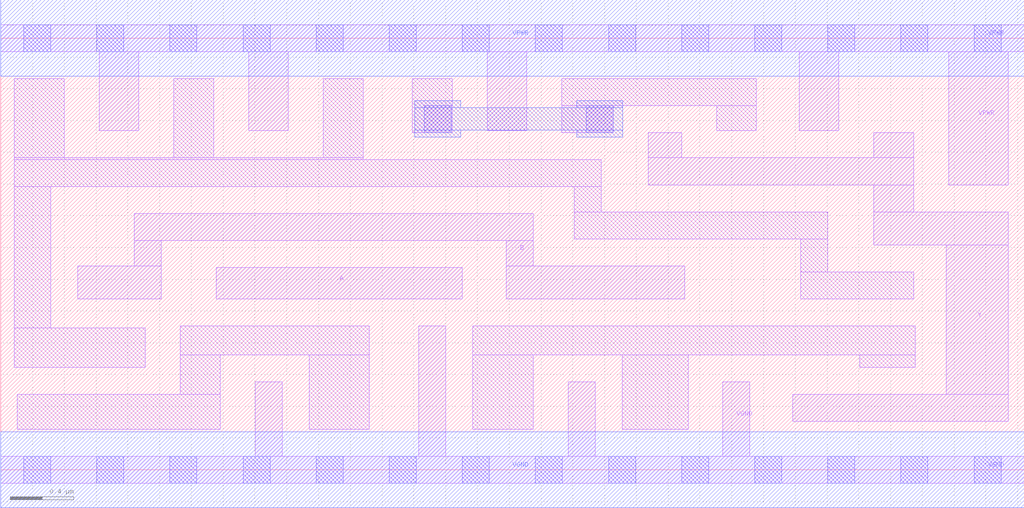
<source format=lef>
# Copyright 2020 The SkyWater PDK Authors
#
# Licensed under the Apache License, Version 2.0 (the "License");
# you may not use this file except in compliance with the License.
# You may obtain a copy of the License at
#
#     https://www.apache.org/licenses/LICENSE-2.0
#
# Unless required by applicable law or agreed to in writing, software
# distributed under the License is distributed on an "AS IS" BASIS,
# WITHOUT WARRANTIES OR CONDITIONS OF ANY KIND, either express or implied.
# See the License for the specific language governing permissions and
# limitations under the License.
#
# SPDX-License-Identifier: Apache-2.0

VERSION 5.7 ;
  NAMESCASESENSITIVE ON ;
  NOWIREEXTENSIONATPIN ON ;
  DIVIDERCHAR "/" ;
  BUSBITCHARS "[]" ;
UNITS
  DATABASE MICRONS 200 ;
END UNITS
PROPERTYDEFINITIONS
  MACRO maskLayoutSubType STRING ;
  MACRO prCellType STRING ;
  MACRO originalViewName STRING ;
END PROPERTYDEFINITIONS
MACRO sky130_fd_sc_hdll__xnor2_2
  CLASS CORE ;
  FOREIGN sky130_fd_sc_hdll__xnor2_2 ;
  ORIGIN  0.000000  0.000000 ;
  SIZE  6.440000 BY  2.720000 ;
  SYMMETRY X Y R90 ;
  SITE unithd ;
  PIN A
    ANTENNAGATEAREA  1.110000 ;
    DIRECTION INPUT ;
    USE SIGNAL ;
    PORT
      LAYER li1 ;
        RECT 1.355000 1.075000 2.905000 1.275000 ;
    END
  END A
  PIN B
    ANTENNAGATEAREA  1.110000 ;
    DIRECTION INPUT ;
    USE SIGNAL ;
    PORT
      LAYER li1 ;
        RECT 0.485000 1.075000 1.010000 1.285000 ;
        RECT 0.840000 1.285000 1.010000 1.445000 ;
        RECT 0.840000 1.445000 3.350000 1.615000 ;
        RECT 3.180000 1.075000 4.305000 1.285000 ;
        RECT 3.180000 1.285000 3.350000 1.445000 ;
    END
  END B
  PIN VGND
    ANTENNADIFFAREA  0.734500 ;
    DIRECTION INOUT ;
    USE SIGNAL ;
    PORT
      LAYER li1 ;
        RECT 0.000000 -0.085000 6.440000 0.085000 ;
        RECT 1.600000  0.085000 1.770000 0.555000 ;
        RECT 2.630000  0.085000 2.800000 0.905000 ;
        RECT 3.570000  0.085000 3.740000 0.555000 ;
        RECT 4.545000  0.085000 4.715000 0.555000 ;
      LAYER mcon ;
        RECT 0.145000 -0.085000 0.315000 0.085000 ;
        RECT 0.605000 -0.085000 0.775000 0.085000 ;
        RECT 1.065000 -0.085000 1.235000 0.085000 ;
        RECT 1.525000 -0.085000 1.695000 0.085000 ;
        RECT 1.985000 -0.085000 2.155000 0.085000 ;
        RECT 2.445000 -0.085000 2.615000 0.085000 ;
        RECT 2.905000 -0.085000 3.075000 0.085000 ;
        RECT 3.365000 -0.085000 3.535000 0.085000 ;
        RECT 3.825000 -0.085000 3.995000 0.085000 ;
        RECT 4.285000 -0.085000 4.455000 0.085000 ;
        RECT 4.745000 -0.085000 4.915000 0.085000 ;
        RECT 5.205000 -0.085000 5.375000 0.085000 ;
        RECT 5.665000 -0.085000 5.835000 0.085000 ;
        RECT 6.125000 -0.085000 6.295000 0.085000 ;
      LAYER met1 ;
        RECT 0.000000 -0.240000 6.440000 0.240000 ;
    END
  END VGND
  PIN VPWR
    ANTENNADIFFAREA  1.430000 ;
    DIRECTION INOUT ;
    USE SIGNAL ;
    PORT
      LAYER li1 ;
        RECT 0.000000 2.635000 6.440000 2.805000 ;
        RECT 0.620000 2.135000 0.870000 2.635000 ;
        RECT 1.560000 2.135000 1.810000 2.635000 ;
        RECT 3.060000 2.135000 3.310000 2.635000 ;
        RECT 5.025000 2.135000 5.275000 2.635000 ;
        RECT 5.965000 1.795000 6.340000 2.635000 ;
      LAYER mcon ;
        RECT 0.145000 2.635000 0.315000 2.805000 ;
        RECT 0.605000 2.635000 0.775000 2.805000 ;
        RECT 1.065000 2.635000 1.235000 2.805000 ;
        RECT 1.525000 2.635000 1.695000 2.805000 ;
        RECT 1.985000 2.635000 2.155000 2.805000 ;
        RECT 2.445000 2.635000 2.615000 2.805000 ;
        RECT 2.905000 2.635000 3.075000 2.805000 ;
        RECT 3.365000 2.635000 3.535000 2.805000 ;
        RECT 3.825000 2.635000 3.995000 2.805000 ;
        RECT 4.285000 2.635000 4.455000 2.805000 ;
        RECT 4.745000 2.635000 4.915000 2.805000 ;
        RECT 5.205000 2.635000 5.375000 2.805000 ;
        RECT 5.665000 2.635000 5.835000 2.805000 ;
        RECT 6.125000 2.635000 6.295000 2.805000 ;
      LAYER met1 ;
        RECT 0.000000 2.480000 6.440000 2.960000 ;
    END
  END VPWR
  PIN Y
    ANTENNADIFFAREA  0.953000 ;
    DIRECTION OUTPUT ;
    USE SIGNAL ;
    PORT
      LAYER li1 ;
        RECT 4.075000 1.795000 5.745000 1.965000 ;
        RECT 4.075000 1.965000 4.285000 2.125000 ;
        RECT 4.985000 0.305000 6.340000 0.475000 ;
        RECT 5.495000 1.415000 6.340000 1.625000 ;
        RECT 5.495000 1.625000 5.745000 1.795000 ;
        RECT 5.495000 1.965000 5.745000 2.125000 ;
        RECT 5.950000 0.475000 6.340000 1.415000 ;
    END
  END Y
  OBS
    LAYER li1 ;
      RECT 0.085000 0.645000 0.910000 0.895000 ;
      RECT 0.085000 0.895000 0.315000 1.785000 ;
      RECT 0.085000 1.785000 3.780000 1.955000 ;
      RECT 0.085000 1.955000 2.280000 1.965000 ;
      RECT 0.085000 1.965000 0.400000 2.465000 ;
      RECT 0.105000 0.255000 1.380000 0.475000 ;
      RECT 1.090000 1.965000 1.340000 2.465000 ;
      RECT 1.130000 0.475000 1.380000 0.725000 ;
      RECT 1.130000 0.725000 2.320000 0.905000 ;
      RECT 1.940000 0.255000 2.320000 0.725000 ;
      RECT 2.030000 1.965000 2.280000 2.465000 ;
      RECT 2.590000 2.125000 2.840000 2.465000 ;
      RECT 2.970000 0.255000 3.350000 0.725000 ;
      RECT 2.970000 0.725000 5.755000 0.905000 ;
      RECT 3.530000 2.125000 3.855000 2.295000 ;
      RECT 3.530000 2.295000 4.755000 2.465000 ;
      RECT 3.610000 1.455000 5.205000 1.625000 ;
      RECT 3.610000 1.625000 3.780000 1.785000 ;
      RECT 3.910000 0.255000 4.325000 0.725000 ;
      RECT 4.505000 2.135000 4.755000 2.295000 ;
      RECT 5.035000 1.075000 5.745000 1.245000 ;
      RECT 5.035000 1.245000 5.205000 1.455000 ;
      RECT 5.405000 0.645000 5.755000 0.725000 ;
    LAYER mcon ;
      RECT 2.665000 2.125000 2.835000 2.295000 ;
      RECT 3.685000 2.125000 3.855000 2.295000 ;
    LAYER met1 ;
      RECT 2.605000 2.095000 2.895000 2.140000 ;
      RECT 2.605000 2.140000 3.915000 2.280000 ;
      RECT 2.605000 2.280000 2.895000 2.325000 ;
      RECT 3.625000 2.095000 3.915000 2.140000 ;
      RECT 3.625000 2.280000 3.915000 2.325000 ;
  END
  PROPERTY maskLayoutSubType "abstract" ;
  PROPERTY prCellType "standard" ;
  PROPERTY originalViewName "layout" ;
END sky130_fd_sc_hdll__xnor2_2

</source>
